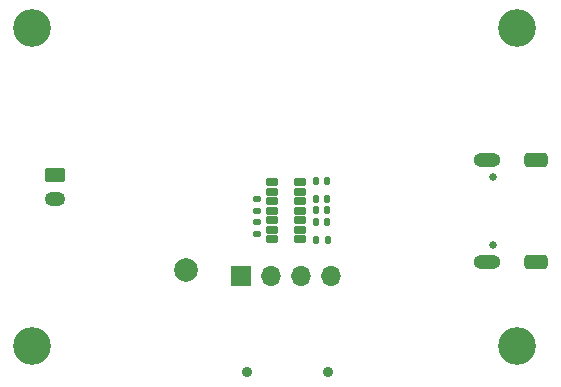
<source format=gbr>
%TF.GenerationSoftware,KiCad,Pcbnew,8.0.0*%
%TF.CreationDate,2024-05-02T00:18:50-07:00*%
%TF.ProjectId,ece16,65636531-362e-46b6-9963-61645f706362,rev?*%
%TF.SameCoordinates,Original*%
%TF.FileFunction,Soldermask,Bot*%
%TF.FilePolarity,Negative*%
%FSLAX46Y46*%
G04 Gerber Fmt 4.6, Leading zero omitted, Abs format (unit mm)*
G04 Created by KiCad (PCBNEW 8.0.0) date 2024-05-02 00:18:50*
%MOMM*%
%LPD*%
G01*
G04 APERTURE LIST*
G04 Aperture macros list*
%AMRoundRect*
0 Rectangle with rounded corners*
0 $1 Rounding radius*
0 $2 $3 $4 $5 $6 $7 $8 $9 X,Y pos of 4 corners*
0 Add a 4 corners polygon primitive as box body*
4,1,4,$2,$3,$4,$5,$6,$7,$8,$9,$2,$3,0*
0 Add four circle primitives for the rounded corners*
1,1,$1+$1,$2,$3*
1,1,$1+$1,$4,$5*
1,1,$1+$1,$6,$7*
1,1,$1+$1,$8,$9*
0 Add four rect primitives between the rounded corners*
20,1,$1+$1,$2,$3,$4,$5,0*
20,1,$1+$1,$4,$5,$6,$7,0*
20,1,$1+$1,$6,$7,$8,$9,0*
20,1,$1+$1,$8,$9,$2,$3,0*%
G04 Aperture macros list end*
%ADD10C,0.900000*%
%ADD11C,3.200000*%
%ADD12R,1.700000X1.700000*%
%ADD13O,1.700000X1.700000*%
%ADD14C,0.650000*%
%ADD15O,2.304000X1.204000*%
%ADD16RoundRect,0.301000X0.701000X-0.301000X0.701000X0.301000X-0.701000X0.301000X-0.701000X-0.301000X0*%
%ADD17C,2.000000*%
%ADD18RoundRect,0.250000X-0.625000X0.350000X-0.625000X-0.350000X0.625000X-0.350000X0.625000X0.350000X0*%
%ADD19O,1.750000X1.200000*%
%ADD20RoundRect,0.140000X0.140000X0.170000X-0.140000X0.170000X-0.140000X-0.170000X0.140000X-0.170000X0*%
%ADD21RoundRect,0.135000X0.135000X0.185000X-0.135000X0.185000X-0.135000X-0.185000X0.135000X-0.185000X0*%
%ADD22RoundRect,0.140000X-0.140000X-0.170000X0.140000X-0.170000X0.140000X0.170000X-0.140000X0.170000X0*%
%ADD23RoundRect,0.135000X-0.185000X0.135000X-0.185000X-0.135000X0.185000X-0.135000X0.185000X0.135000X0*%
%ADD24RoundRect,0.135000X0.185000X-0.135000X0.185000X0.135000X-0.185000X0.135000X-0.185000X-0.135000X0*%
%ADD25RoundRect,0.060400X-0.461600X-0.241600X0.461600X-0.241600X0.461600X0.241600X-0.461600X0.241600X0*%
%ADD26RoundRect,0.060400X0.461600X0.241600X-0.461600X0.241600X-0.461600X-0.241600X0.461600X-0.241600X0*%
G04 APERTURE END LIST*
D10*
%TO.C,S1*%
X132700000Y-72700000D03*
X139500000Y-72700000D03*
%TD*%
D11*
%TO.C,H1*%
X114500000Y-43500000D03*
%TD*%
D12*
%TO.C,U4*%
X132200000Y-64500000D03*
D13*
X134740000Y-64500000D03*
X137280000Y-64500000D03*
X139820000Y-64500000D03*
%TD*%
D14*
%TO.C,USB4105-GF-A1*%
X153482500Y-61890000D03*
X153482500Y-56110000D03*
D15*
X152982500Y-63320000D03*
X152982500Y-54680000D03*
D16*
X157162500Y-63320000D03*
X157162500Y-54680000D03*
%TD*%
D11*
%TO.C,H3*%
X114500000Y-70500000D03*
%TD*%
D17*
%TO.C,TP1*%
X127500000Y-64000000D03*
%TD*%
D11*
%TO.C,H2*%
X155500000Y-70500000D03*
%TD*%
%TO.C,H4*%
X155500000Y-43500000D03*
%TD*%
D18*
%TO.C,BT1*%
X116450000Y-56000000D03*
D19*
X116450000Y-58000000D03*
%TD*%
D20*
%TO.C,C12*%
X139480000Y-58000000D03*
X138520000Y-58000000D03*
%TD*%
D21*
%TO.C,R9*%
X139510000Y-61500000D03*
X138490000Y-61500000D03*
%TD*%
D22*
%TO.C,C13*%
X138520000Y-56500000D03*
X139480000Y-56500000D03*
%TD*%
D23*
%TO.C,R14*%
X133500000Y-57990000D03*
X133500000Y-59010000D03*
%TD*%
D24*
%TO.C,R8*%
X133500000Y-61010000D03*
X133500000Y-59990000D03*
%TD*%
D20*
%TO.C,C14*%
X139480000Y-58970000D03*
X138520000Y-58970000D03*
%TD*%
D25*
%TO.C,U6*%
X134805000Y-61400000D03*
X134805000Y-60600000D03*
X134805000Y-59800000D03*
X134805000Y-59000000D03*
X134805000Y-58200000D03*
X134805000Y-57400000D03*
X134805000Y-56600000D03*
D26*
X137195000Y-56600000D03*
X137195000Y-57400000D03*
X137195000Y-58200000D03*
X137195000Y-59000000D03*
X137195000Y-59800000D03*
X137195000Y-60600000D03*
X137195000Y-61400000D03*
%TD*%
D22*
%TO.C,C15*%
X138520000Y-59970000D03*
X139480000Y-59970000D03*
%TD*%
M02*

</source>
